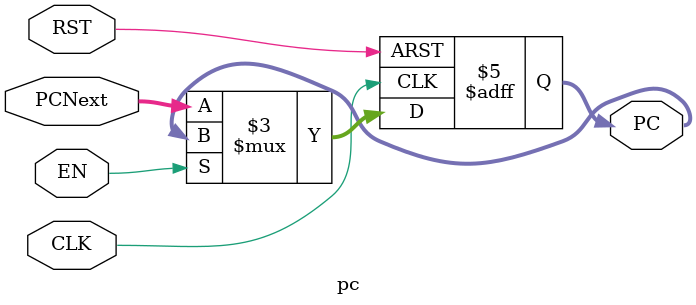
<source format=sv>
module pc #(
    parameter DATA_WIDTH = 32
) (
    input  logic                  CLK,
    input  logic                  RST,
    input  logic                  EN,
    input  logic [DATA_WIDTH-1:0] PCNext,
    output logic [DATA_WIDTH-1:0] PC
);

    always_ff @ (negedge CLK, posedge RST) begin
        if (RST) PC <= 32'hBFC00000;
        else if (!EN) PC <= PCNext;
    end
endmodule

</source>
